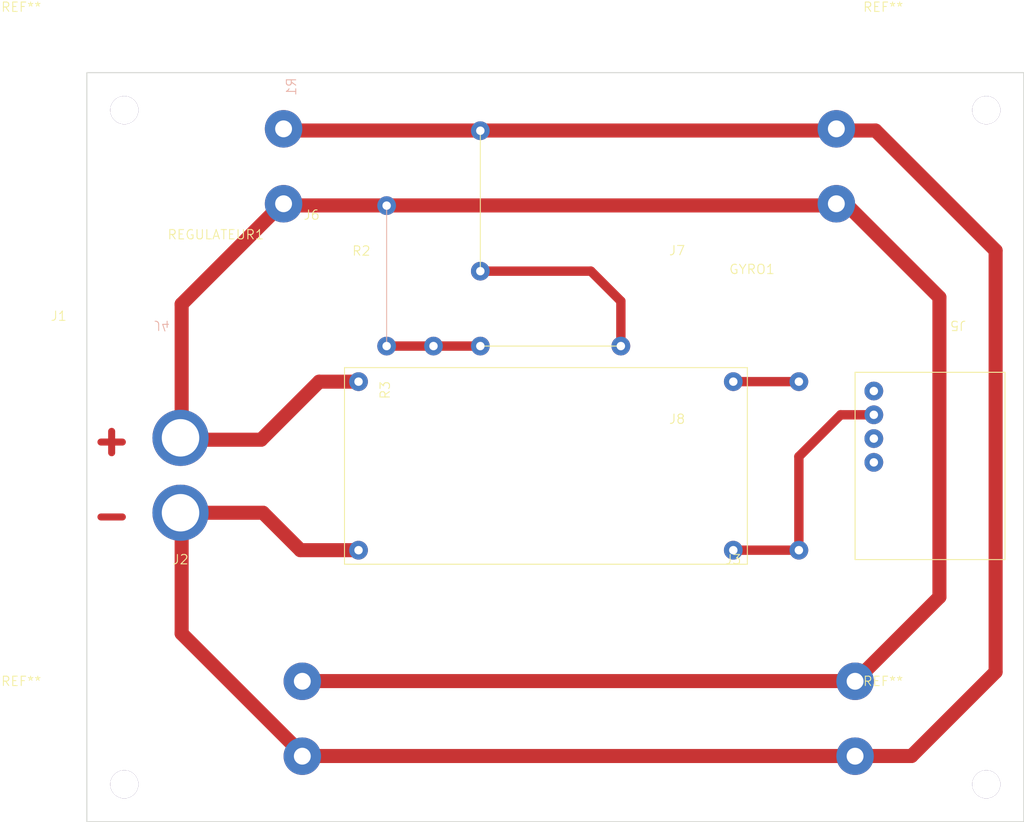
<source format=kicad_pcb>
(kicad_pcb (version 20221018) (generator pcbnew)
  (layers (0 "F.Cu" signal) (31 "B.Cu" signal) (34 "B.Paste" user) (35 "F.Paste" user) (36 "B.SilkS" user "B.Silkscreen") (37 "F.SilkS" user "F.Silkscreen") (38 "B.Mask" user) (39 "F.Mask" user) (44 "Edge.Cuts" user))
  (net 0 "")
  (net 1 "Net-(J1-Pin_1)")
  (net 2 "Net-(J1-Pin_2)")
  (net 3 "Net-(J6-Pin_1)")
  (net 4 "Net-(J7-Pin_1)")
  (net 5 "Net-(R2-Pad2)")
  (net 8 "Net-(GYRO1-GND)")
  (footprint "my_lib:2Pin" (layer "F.Cu") (at 135 94)
    (fp_text reference "J3" (at -13 -13 unlocked) (layer "F.SilkS") (effects (font (thickness 0.1))))
    (fp_text value "ESC")
    (pad "1" thru_hole circle (at 0 0) (size 4 4) (drill 1.8) (layers "*.Cu" "*.Mask") (net 1 "Net-(J1-Pin_1)") (clearance 0.5))
    (pad "2" thru_hole circle (at 0 8) (size 4 4) (drill 1.8) (layers "*.Cu" "*.Mask") (net 2 "Net-(J1-Pin_2)") (clearance 0.5))
  )
  (footprint "my_lib:R" (layer "F.Cu") (at 95 58.2)
    (fp_text reference "R2" (at -12.7 -10.16 unlocked) (layer "F.SilkS") (effects (font (thickness 0.1))))
    (fp_text value "1k")
    (fp_line (start 0 0) (end 15 0) (stroke (width 0.1)) (layer "F.SilkS"))
    (pad "1" thru_hole circle (at 0 0) (size 2 2) (drill 0.9) (layers "*.Cu" "*.Mask") (net 3 "Net-(J6-Pin_1)") (clearance 0.5))
    (pad "2" thru_hole circle (at 15 0) (size 2 2) (drill 0.9) (layers "*.Cu" "*.Mask") (net 5 "Net-(R2-Pad2)") (clearance 0.5))
  )
  (footprint "my_lib:2Pin" (layer "F.Cu") (at 63 68)
    (fp_text reference "J1" (at -13 -13 unlocked) (layer "F.SilkS") (effects (font (thickness 0.1))))
    (fp_text value "LIPO")
    (pad "1" thru_hole circle (at 0 0) (size 6 6) (drill 4) (layers "*.Cu" "*.Mask") (net 1 "Net-(J1-Pin_1)") (clearance 0.5))
    (pad "2" thru_hole circle (at 0 8) (size 6 6) (drill 4) (layers "*.Cu" "*.Mask") (net 2 "Net-(J1-Pin_2)") (clearance 0.5))
  )
  (footprint "my_lib:Trou" (layer "F.Cu") (at 57 105)
    (fp_text reference "REF**" (at -11 -11 unlocked) (layer "F.SilkS") (effects (font (thickness 0.1))))
    (fp_text value "Trou")
    (pad "1" thru_hole circle (at 0 0) (size 3 3) (drill 3) (layers "*.Cu" "*.Mask"))
  )
  (footprint "my_lib:MPU-6050" (layer "F.Cu") (at 137 63)
    (fp_text reference "GYRO1" (at -13 -13 unlocked) (layer "F.SilkS") (effects (font (thickness 0.1))))
    (fp_text value "~")
    (fp_line (start -2 -2) (end 14 -2) (stroke (width 0.1)) (layer "F.SilkS"))
    (fp_line (start -2 18) (end -2 -2) (stroke (width 0.1)) (layer "F.SilkS"))
    (fp_line (start 14 -2) (end 14 18) (stroke (width 0.1)) (layer "F.SilkS"))
    (fp_line (start 14 18) (end -2 18) (stroke (width 0.1)) (layer "F.SilkS"))
    (pad "1" thru_hole circle (at 0 0) (size 2 2) (drill 0.9) (layers "*.Cu" "*.Mask") (clearance 0.5))
    (pad "2" thru_hole circle (at 0 2.54) (size 2 2) (drill 0.9) (layers "*.Cu" "*.Mask") (net 8 "Net-(GYRO1-GND)") (clearance 0.5))
    (pad "3" thru_hole circle (at 0 5.08) (size 2 2) (drill 0.9) (layers "*.Cu" "*.Mask") (clearance 0.5))
    (pad "4" thru_hole circle (at 0 7.62) (size 2 2) (drill 0.9) (layers "*.Cu" "*.Mask") (clearance 0.5))
  )
  (footprint "my_lib:2Pin" (layer "F.Cu") (at 76 94)
    (fp_text reference "J2" (at -13 -13 unlocked) (layer "F.SilkS") (effects (font (thickness 0.1))))
    (fp_text value "ESC")
    (pad "1" thru_hole circle (at 0 0) (size 4 4) (drill 1.8) (layers "*.Cu" "*.Mask") (net 1 "Net-(J1-Pin_1)") (clearance 0.5))
    (pad "2" thru_hole circle (at 0 8) (size 4 4) (drill 1.8) (layers "*.Cu" "*.Mask") (net 2 "Net-(J1-Pin_2)") (clearance 0.5))
  )
  (footprint "my_lib:Trou" (layer "F.Cu") (at 57 33)
    (fp_text reference "REF**" (at -11 -11 unlocked) (layer "F.SilkS") (effects (font (thickness 0.1))))
    (fp_text value "Trou")
    (pad "1" thru_hole circle (at 0 0) (size 3 3) (drill 3) (layers "*.Cu" "*.Mask"))
  )
  (footprint "my_lib:2Pin" (layer "F.Cu") (at 133 43 180)
    (fp_text reference "J5" (at -13 -13 180 unlocked) (layer "F.SilkS") (effects (font (thickness 0.1))))
    (fp_text value "ESC")
    (pad "1" thru_hole circle (at 0 0 180) (size 4 4) (drill 1.8) (layers "*.Cu" "*.Mask") (net 1 "Net-(J1-Pin_1)") (clearance 0.5))
    (pad "2" thru_hole circle (at 0 8 180) (size 4 4) (drill 1.8) (layers "*.Cu" "*.Mask") (net 2 "Net-(J1-Pin_2)") (clearance 0.5))
  )
  (footprint "my_lib:R" (layer "F.Cu") (at 95 50.2 90)
    (fp_text reference "R3" (at -12.7 -10.16 90 unlocked) (layer "F.SilkS") (effects (font (thickness 0.1))))
    (fp_text value "1k")
    (fp_line (start 0 0) (end 15 0) (stroke (width 0.1)) (layer "F.SilkS"))
    (pad "1" thru_hole circle (at 0 0 90) (size 2 2) (drill 0.9) (layers "*.Cu" "*.Mask") (net 5 "Net-(R2-Pad2)") (clearance 0.5))
    (pad "2" thru_hole circle (at 15 0 90) (size 2 2) (drill 0.9) (layers "*.Cu" "*.Mask") (net 2 "Net-(J1-Pin_2)") (clearance 0.5))
  )
  (footprint "my_lib:1Pin" (layer "F.Cu") (at 129 80)
    (fp_text reference "J8" (at -13 -14 unlocked) (layer "F.SilkS") (effects (font (thickness 0.1))))
    (fp_text value "to GND")
    (pad "1" thru_hole circle (at 0 0) (size 2 2) (drill 0.9) (layers "*.Cu" "*.Mask") (net 8 "Net-(GYRO1-GND)") (clearance 0.5))
  )
  (footprint "my_lib:1Pin" (layer "F.Cu") (at 129 62)
    (fp_text reference "J7" (at -13 -14 unlocked) (layer "F.SilkS") (effects (font (thickness 0.1))))
    (fp_text value "to 5V")
    (pad "1" thru_hole circle (at 0 0) (size 2 2) (drill 0.9) (layers "*.Cu" "*.Mask") (net 4 "Net-(J7-Pin_1)") (clearance 0.5))
  )
  (footprint "my_lib:Trou" (layer "F.Cu") (at 149 33)
    (fp_text reference "REF**" (at -11 -11 unlocked) (layer "F.SilkS") (effects (font (thickness 0.1))))
    (fp_text value "Trou")
    (pad "1" thru_hole circle (at 0 0) (size 3 3) (drill 3) (layers "*.Cu" "*.Mask"))
  )
  (footprint "my_lib:LM2596S" (layer "F.Cu") (at 82 62)
    (fp_text reference "REGULATEUR1" (at -15.24 -15.7 unlocked) (layer "F.SilkS") (effects (font (thickness 0.1))))
    (fp_text value "~")
    (fp_line (start -1.5 -1.5) (end 41.5 -1.5) (stroke (width 0.1)) (layer "F.SilkS"))
    (fp_line (start -1.5 19.5) (end -1.5 -1.5) (stroke (width 0.1)) (layer "F.SilkS"))
    (fp_line (start 41.5 -1.5) (end 41.5 19.5) (stroke (width 0.1)) (layer "F.SilkS"))
    (fp_line (start 41.5 19.5) (end -1.5 19.5) (stroke (width 0.1)) (layer "F.SilkS"))
    (pad "1" thru_hole circle (at 0 0) (size 2 2) (drill 0.9) (layers "*.Cu" "*.Mask") (net 1 "Net-(J1-Pin_1)") (clearance 0.5))
    (pad "2" thru_hole circle (at 0 18) (size 2 2) (drill 0.9) (layers "*.Cu" "*.Mask") (net 2 "Net-(J1-Pin_2)") (clearance 0.5))
    (pad "3" thru_hole circle (at 40 0) (size 2 2) (drill 0.9) (layers "*.Cu" "*.Mask") (net 4 "Net-(J7-Pin_1)") (clearance 0.5))
    (pad "4" thru_hole circle (at 40 18) (size 2 2) (drill 0.9) (layers "*.Cu" "*.Mask") (net 8 "Net-(GYRO1-GND)") (clearance 0.5))
  )
  (footprint "my_lib:Trou" (layer "F.Cu") (at 149 105)
    (fp_text reference "REF**" (at -11 -11 unlocked) (layer "F.SilkS") (effects (font (thickness 0.1))))
    (fp_text value "Trou")
    (pad "1" thru_hole circle (at 0 0) (size 3 3) (drill 3) (layers "*.Cu" "*.Mask"))
  )
  (footprint "my_lib:1Pin" (layer "F.Cu") (at 90 58.2)
    (fp_text reference "J6" (at -13 -14 unlocked) (layer "F.SilkS") (effects (font (thickness 0.1))))
    (fp_text value "to GPIO")
    (pad "1" thru_hole circle (at 0 0) (size 2 2) (drill 0.9) (layers "*.Cu" "*.Mask") (net 3 "Net-(J6-Pin_1)") (clearance 0.5))
  )
  (footprint "my_lib:R" (layer "B.Cu") (at 85 43.2 -90)
    (fp_text reference "R1" (at -12.7 10.16 90 unlocked) (layer "B.SilkS") (effects (font (thickness 0.1)) (justify mirror)))
    (fp_text value "10k")
    (fp_line (start 0 0) (end 15 0) (stroke (width 0.1)) (layer "B.SilkS"))
    (pad "1" thru_hole circle (at 0 0 270) (size 2 2) (drill 0.9) (layers "*.Cu" "*.Mask") (net 1 "Net-(J1-Pin_1)") (clearance 0.5))
    (pad "2" thru_hole circle (at 15 0 270) (size 2 2) (drill 0.9) (layers "*.Cu" "*.Mask") (net 3 "Net-(J6-Pin_1)") (clearance 0.5))
  )
  (footprint "my_lib:2Pin" (layer "B.Cu") (at 74 43)
    (fp_text reference "J4" (at -13 13 180 unlocked) (layer "B.SilkS") (effects (font (thickness 0.1)) (justify mirror)))
    (fp_text value "ESC")
    (pad "1" thru_hole circle (at 0 0) (size 4 4) (drill 1.8) (layers "*.Cu" "*.Mask") (net 1 "Net-(J1-Pin_1)") (clearance 0.5))
    (pad "2" thru_hole circle (at 0 -8) (size 4 4) (drill 1.8) (layers "*.Cu" "*.Mask") (net 2 "Net-(J1-Pin_2)") (clearance 0.5))
  )
  (gr_rect (start 53 29) (end 153 109) (stroke (width 0.1)) (fill none) (layer "Edge.Cuts"))
  (gr_text "+\n" (at 58 70) (layer "F.Cu") (effects (font (size 3 3) (thickness 0.75) bold) (justify left bottom mirror)))
  (gr_text "-" (at 58 78) (layer "F.Cu") (effects (font (size 3 3) (thickness 0.75) bold) (justify left bottom mirror)))
  (segment (start 63.12 68.2) (end 71.6 68.2) (width 1.5) (layer "F.Cu") (net 1))
  (segment (start 144 53) (end 134.18 43.18) (width 1.5) (layer "F.Cu") (net 1))
  (segment (start 63.12 53.72) (end 63.12 68.2) (width 1.5) (layer "F.Cu") (net 1))
  (segment (start 135.02 93.98) (end 144 85) (width 1.5) (layer "F.Cu") (net 1))
  (segment (start 73.66 43.18) (end 63.12 53.72) (width 1.5) (layer "F.Cu") (net 1))
  (segment (start 144 85) (end 144 53) (width 1.5) (layer "F.Cu") (net 1))
  (segment (start 134.18 43.18) (end 73.66 43.18) (width 1.5) (layer "F.Cu") (net 1))
  (segment (start 63.12 65.66) (end 63.5 66.04) (width 0.25) (layer "F.Cu") (net 1))
  (segment (start 77.8 62) (end 82 62) (width 1.5) (layer "F.Cu") (net 1))
  (segment (start 76.2 93.98) (end 135.02 93.98) (width 1.5) (layer "F.Cu") (net 1))
  (segment (start 71.6 68.2) (end 77.8 62) (width 1.5) (layer "F.Cu") (net 1))
  (segment (start 63 76) (end 71.8 76) (width 1.5) (layer "F.Cu") (net 2))
  (segment (start 150 48) (end 150 93) (width 1.5) (layer "F.Cu") (net 2))
  (segment (start 73.66 35.18) (end 137.18 35.18) (width 1.5) (layer "F.Cu") (net 2))
  (segment (start 63.12 88.9) (end 63.12 76.2) (width 1.5) (layer "F.Cu") (net 2))
  (segment (start 75.8 80) (end 82 80) (width 1.5) (layer "F.Cu") (net 2))
  (segment (start 150 93) (end 141.02 101.98) (width 1.5) (layer "F.Cu") (net 2))
  (segment (start 141.02 101.98) (end 76.2 101.98) (width 1.5) (layer "F.Cu") (net 2))
  (segment (start 71.8 76) (end 75.8 80) (width 1.5) (layer "F.Cu") (net 2))
  (segment (start 137.18 35.18) (end 150 48) (width 1.5) (layer "F.Cu") (net 2))
  (segment (start 76.2 101.98) (end 63.12 88.9) (width 1.5) (layer "F.Cu") (net 2))
  (segment (start 94.8 58.2) (end 95 58) (width 0.25) (layer "F.Cu") (net 3))
  (segment (start 85 58.2) (end 94.8 58.2) (width 1) (layer "F.Cu") (net 3))
  (segment (start 128.8 62) (end 129 62.2) (width 0.25) (layer "F.Cu") (net 4))
  (segment (start 122 62) (end 128.8 62) (width 1) (layer "F.Cu") (net 4))
  (segment (start 110 58.2) (end 110 53.4) (width 1) (layer "F.Cu") (net 5))
  (segment (start 110 53.4) (end 106.8 50.2) (width 1) (layer "F.Cu") (net 5))
  (segment (start 106.8 50.2) (end 95 50.2) (width 1) (layer "F.Cu") (net 5))
  (segment (start 129 70) (end 129 79) (width 1) (layer "F.Cu") (net 8))
  (segment (start 122 80) (end 129 80) (width 1) (layer "F.Cu") (net 8))
  (segment (start 137 65.54) (end 133.46 65.54) (width 1) (layer "F.Cu") (net 8))
  (segment (start 133.46 65.54) (end 129 70) (width 1) (layer "F.Cu") (net 8))
)
</source>
